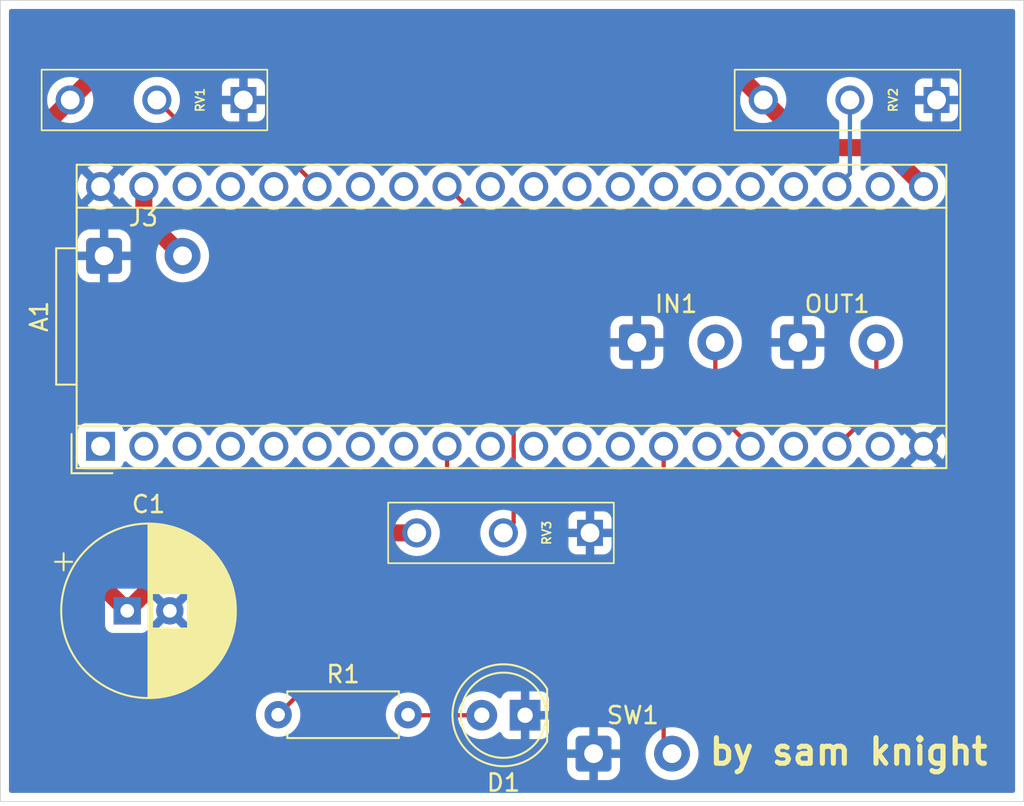
<source format=kicad_pcb>
(kicad_pcb (version 20240108) (generator "pcbnew") (generator_version "8.0")
  (layers (0 "F.Cu" signal) (31 "B.Cu" signal) (34 "B.Paste" user) (35 "F.Paste" user) (36 "B.SilkS" user "B.Silkscreen") (37 "F.SilkS" user "F.Silkscreen") (38 "B.Mask" user) (39 "F.Mask" user) (44 "Edge.Cuts" user))
  (net 0 "")
  (net 1 "+3.3VA")
  (net 3 "Net-(A1-VIN)")
  (net 11 "GND")
  (net 17 "Net-(A1-AUDIO_OUT_1)")
  (net 18 "/POT1")
  (net 22 "/LED")
  (net 29 "Net-(D1-A)")
  (net 36 "Net-(A1-AUDIO_IN_1)")
  (net 38 "/POT2")
  (net 39 "/POT3")
  (net 40 "/FS")
  (footprint "Capacitor_THT:CP_Radial_D10.0mm_P2.50mm" (layer "F.Cu") (at 126.786 112.268)
    (property "Reference" "C1" (at 1.25 -6.25 0) (layer "F.SilkS"))
    (property "Value" "C_Polarized")
    (fp_line (start -4.229646 -2.875) (end -3.229646 -2.875) (stroke (width 0.12)) (layer "F.SilkS"))
    (fp_line (start -3.729646 -3.375) (end -3.729646 -2.375) (stroke (width 0.12)) (layer "F.SilkS"))
    (fp_line (start 1.25 -5.08) (end 1.25 5.08) (stroke (width 0.12)) (layer "F.SilkS"))
    (fp_line (start 1.29 -5.08) (end 1.29 5.08) (stroke (width 0.12)) (layer "F.SilkS"))
    (fp_line (start 1.33 -5.08) (end 1.33 5.08) (stroke (width 0.12)) (layer "F.SilkS"))
    (fp_line (start 1.37 -5.079) (end 1.37 5.079) (stroke (width 0.12)) (layer "F.SilkS"))
    (fp_line (start 1.41 -5.078) (end 1.41 5.078) (stroke (width 0.12)) (layer "F.SilkS"))
    (fp_line (start 1.45 -5.077) (end 1.45 5.077) (stroke (width 0.12)) (layer "F.SilkS"))
    (fp_line (start 1.49 -5.075) (end 1.49 -1.04) (stroke (width 0.12)) (layer "F.SilkS"))
    (fp_line (start 1.49 1.04) (end 1.49 5.075) (stroke (width 0.12)) (layer "F.SilkS"))
    (fp_line (start 1.53 -5.073) (end 1.53 -1.04) (stroke (width 0.12)) (layer "F.SilkS"))
    (fp_line (start 1.53 1.04) (end 1.53 5.073) (stroke (width 0.12)) (layer "F.SilkS"))
    (fp_line (start 1.57 -5.07) (end 1.57 -1.04) (stroke (width 0.12)) (layer "F.SilkS"))
    (fp_line (start 1.57 1.04) (end 1.57 5.07) (stroke (width 0.12)) (layer "F.SilkS"))
    (fp_line (start 1.61 -5.068) (end 1.61 -1.04) (stroke (width 0.12)) (layer "F.SilkS"))
    (fp_line (start 1.61 1.04) (end 1.61 5.068) (stroke (width 0.12)) (layer "F.SilkS"))
    (fp_line (start 1.65 -5.065) (end 1.65 -1.04) (stroke (width 0.12)) (layer "F.SilkS"))
    (fp_line (start 1.65 1.04) (end 1.65 5.065) (stroke (width 0.12)) (layer "F.SilkS"))
    (fp_line (start 1.69 -5.062) (end 1.69 -1.04) (stroke (width 0.12)) (layer "F.SilkS"))
    (fp_line (start 1.69 1.04) (end 1.69 5.062) (stroke (width 0.12)) (layer "F.SilkS"))
    (fp_line (start 1.73 -5.058) (end 1.73 -1.04) (stroke (width 0.12)) (layer "F.SilkS"))
    (fp_line (start 1.73 1.04) (end 1.73 5.058) (stroke (width 0.12)) (layer "F.SilkS"))
    (fp_line (start 1.77 -5.054) (end 1.77 -1.04) (stroke (width 0.12)) (layer "F.SilkS"))
    (fp_line (start 1.77 1.04) (end 1.77 5.054) (stroke (width 0.12)) (layer "F.SilkS"))
    (fp_line (start 1.81 -5.05) (end 1.81 -1.04) (stroke (width 0.12)) (layer "F.SilkS"))
    (fp_line (start 1.81 1.04) (end 1.81 5.05) (stroke (width 0.12)) (layer "F.SilkS"))
    (fp_line (start 1.85 -5.045) (end 1.85 -1.04) (stroke (width 0.12)) (layer "F.SilkS"))
    (fp_line (start 1.85 1.04) (end 1.85 5.045) (stroke (width 0.12)) (layer "F.SilkS"))
    (fp_line (start 1.89 -5.04) (end 1.89 -1.04) (stroke (width 0.12)) (layer "F.SilkS"))
    (fp_line (start 1.89 1.04) (end 1.89 5.04) (stroke (width 0.12)) (layer "F.SilkS"))
    (fp_line (start 1.93 -5.035) (end 1.93 -1.04) (stroke (width 0.12)) (layer "F.SilkS"))
    (fp_line (start 1.93 1.04) (end 1.93 5.035) (stroke (width 0.12)) (layer "F.SilkS"))
    (fp_line (start 1.971 -5.03) (end 1.971 -1.04) (stroke (width 0.12)) (layer "F.SilkS"))
    (fp_line (start 1.971 1.04) (end 1.971 5.03) (stroke (width 0.12)) (layer "F.SilkS"))
    (fp_line (start 2.011 -5.024) (end 2.011 -1.04) (stroke (width 0.12)) (layer "F.SilkS"))
    (fp_line (start 2.011 1.04) (end 2.011 5.024) (stroke (width 0.12)) (layer "F.SilkS"))
    (fp_line (start 2.051 -5.018) (end 2.051 -1.04) (stroke (width 0.12)) (layer "F.SilkS"))
    (fp_line (start 2.051 1.04) (end 2.051 5.018) (stroke (width 0.12)) (layer "F.SilkS"))
    (fp_line (start 2.091 -5.011) (end 2.091 -1.04) (stroke (width 0.12)) (layer "F.SilkS"))
    (fp_line (start 2.091 1.04) (end 2.091 5.011) (stroke (width 0.12)) (layer "F.SilkS"))
    (fp_line (start 2.131 -5.004) (end 2.131 -1.04) (stroke (width 0.12)) (layer "F.SilkS"))
    (fp_line (start 2.131 1.04) (end 2.131 5.004) (stroke (width 0.12)) (layer "F.SilkS"))
    (fp_line (start 2.171 -4.997) (end 2.171 -1.04) (stroke (width 0.12)) (layer "F.SilkS"))
    (fp_line (start 2.171 1.04) (end 2.171 4.997) (stroke (width 0.12)) (layer "F.SilkS"))
    (fp_line (start 2.211 -4.99) (end 2.211 -1.04) (stroke (width 0.12)) (layer "F.SilkS"))
    (fp_line (start 2.211 1.04) (end 2.211 4.99) (stroke (width 0.12)) (layer "F.SilkS"))
    (fp_line (start 2.251 -4.982) (end 2.251 -1.04) (stroke (width 0.12)) (layer "F.SilkS"))
    (fp_line (start 2.251 1.04) (end 2.251 4.982) (stroke (width 0.12)) (layer "F.SilkS"))
    (fp_line (start 2.291 -4.974) (end 2.291 -1.04) (stroke (width 0.12)) (layer "F.SilkS"))
    (fp_line (start 2.291 1.04) (end 2.291 4.974) (stroke (width 0.12)) (layer "F.SilkS"))
    (fp_line (start 2.331 -4.965) (end 2.331 -1.04) (stroke (width 0.12)) (layer "F.SilkS"))
    (fp_line (start 2.331 1.04) (end 2.331 4.965) (stroke (width 0.12)) (layer "F.SilkS"))
    (fp_line (start 2.371 -4.956) (end 2.371 -1.04) (stroke (width 0.12)) (layer "F.SilkS"))
    (fp_line (start 2.371 1.04) (end 2.371 4.956) (stroke (width 0.12)) (layer "F.SilkS"))
    (fp_line (start 2.411 -4.947) (end 2.411 -1.04) (stroke (width 0.12)) (layer "F.SilkS"))
    (fp_line (start 2.411 1.04) (end 2.411 4.947) (stroke (width 0.12)) (layer "F.SilkS"))
    (fp_line (start 2.451 -4.938) (end 2.451 -1.04) (stroke (width 0.12)) (layer "F.SilkS"))
    (fp_line (start 2.451 1.04) (end 2.451 4.938) (stroke (width 0.12)) (layer "F.SilkS"))
    (fp_line (start 2.491 -4.928) (end 2.491 -1.04) (stroke (width 0.12)) (layer "F.SilkS"))
    (fp_line (start 2.491 1.04) (end 2.491 4.928) (stroke (width 0.12)) (layer "F.SilkS"))
    (fp_line (start 2.531 -4.918) (end 2.531 -1.04) (stroke (width 0.12)) (layer "F.SilkS"))
    (fp_line (start 2.531 1.04) (end 2.531 4.918) (stroke (width 0.12)) (layer "F.SilkS"))
    (fp_line (start 2.571 -4.907) (end 2.571 -1.04) (stroke (width 0.12)) (layer "F.SilkS"))
    (fp_line (start 2.571 1.04) (end 2.571 4.907) (stroke (width 0.12)) (layer "F.SilkS"))
    (fp_line (start 2.611 -4.897) (end 2.611 -1.04) (stroke (width 0.12)) (layer "F.SilkS"))
    (fp_line (start 2.611 1.04) (end 2.611 4.897) (stroke (width 0.12)) (layer "F.SilkS"))
    (fp_line (start 2.651 -4.885) (end 2.651 -1.04) (stroke (width 0.12)) (layer "F.SilkS"))
    (fp_line (start 2.651 1.04) (end 2.651 4.885) (stroke (width 0.12)) (layer "F.SilkS"))
    (fp_line (start 2.691 -4.874) (end 2.691 -1.04) (stroke (width 0.12)) (layer "F.SilkS"))
    (fp_line (start 2.691 1.04) (end 2.691 4.874) (stroke (width 0.12)) (layer "F.SilkS"))
    (fp_line (start 2.731 -4.862) (end 2.731 -1.04) (stroke (width 0.12)) (layer "F.SilkS"))
    (fp_line (start 2.731 1.04) (end 2.731 4.862) (stroke (width 0.12)) (layer "F.SilkS"))
    (fp_line (start 2.771 -4.85) (end 2.771 -1.04) (stroke (width 0.12)) (layer "F.SilkS"))
    (fp_line (start 2.771 1.04) (end 2.771 4.85) (stroke (width 0.12)) (layer "F.SilkS"))
    (fp_line (start 2.811 -4.837) (end 2.811 -1.04) (stroke (width 0.12)) (layer "F.SilkS"))
    (fp_line (start 2.811 1.04) (end 2.811 4.837) (stroke (width 0.12)) (layer "F.SilkS"))
    (fp_line (start 2.851 -4.824) (end 2.851 -1.04) (stroke (width 0.12)) (layer "F.SilkS"))
    (fp_line (start 2.851 1.04) (end 2.851 4.824) (stroke (width 0.12)) (layer "F.SilkS"))
    (fp_line (start 2.891 -4.811) (end 2.891 -1.04) (stroke (width 0.12)) (layer "F.SilkS"))
    (fp_line (start 2.891 1.04) (end 2.891 4.811) (stroke (width 0.12)) (layer "F.SilkS"))
    (fp_line (start 2.931 -4.797) (end 2.931 -1.04) (stroke (width 0.12)) (layer "F.SilkS"))
    (fp_line (start 2.931 1.04) (end 2.931 4.797) (stroke (width 0.12)) (layer "F.SilkS"))
    (fp_line (start 2.971 -4.783) (end 2.971 -1.04) (stroke (width 0.12)) (layer "F.SilkS"))
    (fp_line (start 2.971 1.04) (end 2.971 4.783) (stroke (width 0.12)) (layer "F.SilkS"))
    (fp_line (start 3.011 -4.768) (end 3.011 -1.04) (stroke (width 0.12)) (layer "F.SilkS"))
    (fp_line (start 3.011 1.04) (end 3.011 4.768) (stroke (width 0.12)) (layer "F.SilkS"))
    (fp_line (start 3.051 -4.754) (end 3.051 -1.04) (stroke (width 0.12)) (layer "F.SilkS"))
    (fp_line (start 3.051 1.04) (end 3.051 4.754) (stroke (width 0.12)) (layer "F.SilkS"))
    (fp_line (start 3.091 -4.738) (end 3.091 -1.04) (stroke (width 0.12)) (layer "F.SilkS"))
    (fp_line (start 3.091 1.04) (end 3.091 4.738) (stroke (width 0.12)) (layer "F.SilkS"))
    (fp_line (start 3.131 -4.723) (end 3.131 -1.04) (stroke (width 0.12)) (layer "F.SilkS"))
    (fp_line (start 3.131 1.04) (end 3.131 4.723) (stroke (width 0.12)) (layer "F.SilkS"))
    (fp_line (start 3.171 -4.707) (end 3.171 -1.04) (stroke (width 0.12)) (layer "F.SilkS"))
    (fp_line (start 3.171 1.04) (end 3.171 4.707) (stroke (width 0.12)) (layer "F.SilkS"))
    (fp_line (start 3.211 -4.69) (end 3.211 -1.04) (stroke (width 0.12)) (layer "F.SilkS"))
    (fp_line (start 3.211 1.04) (end 3.211 4.69) (stroke (width 0.12)) (layer "F.SilkS"))
    (fp_line (start 3.251 -4.674) (end 3.251 -1.04) (stroke (width 0.12)) (layer "F.SilkS"))
    (fp_line (start 3.251 1.04) (end 3.251 4.674) (stroke (width 0.12)) (layer "F.SilkS"))
    (fp_line (start 3.291 -4.657) (end 3.291 -1.04) (stroke (width 0.12)) (layer "F.SilkS"))
    (fp_line (start 3.291 1.04) (end 3.291 4.657) (stroke (width 0.12)) (layer "F.SilkS"))
    (fp_line (start 3.331 -4.639) (end 3.331 -1.04) (stroke (width 0.12)) (layer "F.SilkS"))
    (fp_line (start 3.331 1.04) (end 3.331 4.639) (stroke (width 0.12)) (layer "F.SilkS"))
    (fp_line (start 3.371 -4.621) (end 3.371 -1.04) (stroke (width 0.12)) (layer "F.SilkS"))
    (fp_line (start 3.371 1.04) (end 3.371 4.621) (stroke (width 0.12)) (layer "F.SilkS"))
    (fp_line (start 3.411 -4.603) (end 3.411 -1.04) (stroke (width 0.12)) (layer "F.SilkS"))
    (fp_line (start 3.411 1.04) (end 3.411 4.603) (stroke (width 0.12)) (layer "F.SilkS"))
    (fp_line (start 3.451 -4.584) (end 3.451 -1.04) (stroke (width 0.12)) (layer "F.SilkS"))
    (fp_line (start 3.451 1.04) (end 3.451 4.584) (stroke (width 0.12)) (layer "F.SilkS"))
    (fp_line (start 3.491 -4.564) (end 3.491 -1.04) (stroke (width 0.12)) (layer "F.SilkS"))
    (fp_line (start 3.491 1.04) (end 3.491 4.564) (stroke (width 0.12)) (layer "F.SilkS"))
    (fp_line (start 3.531 -4.545) (end 3.531 -1.04) (stroke (width 0.12)) (layer "F.SilkS"))
    (fp_line (start 3.531 1.04) (end 3.531 4.545) (stroke (width 0.12)) (layer "F.SilkS"))
    (fp_line (start 3.571 -4.525) (end 3.571 4.525) (stroke (width 0.12)) (layer "F.SilkS"))
    (fp_line (start 3.611 -4.504) (end 3.611 4.504) (stroke (width 0.12)) (layer "F.SilkS"))
    (fp_line (start 3.651 -4.483) (end 3.651 4.483) (stroke (width 0.12)) (layer "F.SilkS"))
    (fp_line (start 3.691 -4.462) (end 3.691 4.462) (stroke (width 0.12)) (layer "F.SilkS"))
    (fp_line (start 3.731 -4.44) (end 3.731 4.44) (stroke (width 0.12)) (layer "F.SilkS"))
    (fp_line (start 3.771 -4.417) (end 3.771 4.417) (stroke (width 0.12)) (layer "F.SilkS"))
    (fp_line (start 3.811 -4.395) (end 3.811 4.395) (stroke (width 0.12)) (layer "F.SilkS"))
    (fp_line (start 3.851 -4.371) (end 3.851 4.371) (stroke (width 0.12)) (layer "F.SilkS"))
    (fp_line (start 3.891 -4.347) (end 3.891 4.347) (stroke (width 0.12)) (layer "F.SilkS"))
    (fp_line (start 3.931 -4.323) (end 3.931 4.323) (stroke (width 0.12)) (layer "F.SilkS"))
    (fp_line (start 3.971 -4.298) (end 3.971 4.298) (stroke (width 0.12)) (layer "F.SilkS"))
    (fp_line (start 4.011 -4.273) (end 4.011 4.273) (stroke (width 0.12)) (layer "F.SilkS"))
    (fp_line (start 4.051 -4.247) (end 4.051 4.247) (stroke (width 0.12)) (layer "F.SilkS"))
    (fp_line (start 4.091 -4.221) (end 4.091 4.221) (stroke (width 0.12)) (layer "F.SilkS"))
    (fp_line (start 4.131 -4.194) (end 4.131 4.194) (stroke (width 0.12)) (layer "F.SilkS"))
    (fp_line (start 4.171 -4.166) (end 4.171 4.166) (stroke (width 0.12)) (layer "F.SilkS"))
    (fp_line (start 4.211 -4.138) (end 4.211 4.138) (stroke (width 0.12)) (layer "F.SilkS"))
    (fp_line (start 4.251 -4.11) (end 4.251 4.11) (stroke (width 0.12)) (layer "F.SilkS"))
    (fp_line (start 4.291 -4.08) (end 4.291 4.08) (stroke (width 0.12)) (layer "F.SilkS"))
    (fp_line (start 4.331 -4.05) (end 4.331 4.05) (stroke (width 0.12)) (layer "F.SilkS"))
    (fp_line (start 4.371 -4.02) (end 4.371 4.02) (stroke (width 0.12)) (layer "F.SilkS"))
    (fp_line (start 4.411 -3.989) (end 4.411 3.989) (stroke (width 0.12)) (layer "F.SilkS"))
    (fp_line (start 4.451 -3.957) (end 4.451 3.957) (stroke (width 0.12)) (layer "F.SilkS"))
    (fp_line (start 4.491 -3.925) (end 4.491 3.925) (stroke (width 0.12)) (layer "F.SilkS"))
    (fp_line (start 4.531 -3.892) (end 4.531 3.892) (stroke (width 0.12)) (layer "F.SilkS"))
    (fp_line (start 4.571 -3.858) (end 4.571 3.858) (stroke (width 0.12)) (layer "F.SilkS"))
    (fp_line (start 4.611 -3.824) (end 4.611 3.824) (stroke (width 0.12)) (layer "F.SilkS"))
    (fp_line (start 4.651 -3.789) (end 4.651 3.789) (stroke (width 0.12)) (layer "F.SilkS"))
    (fp_line (start 4.691 -3.753) (end 4.691 3.753) (stroke (width 0.12)) (layer "F.SilkS"))
    (fp_line (start 4.731 -3.716) (end 4.731 3.716) (stroke (width 0.12)) (layer "F.SilkS"))
    (fp_line (start 4.771 -3.679) (end 4.771 3.679) (stroke (width 0.12)) (layer "F.SilkS"))
    (fp_line (start 4.811 -3.64) (end 4.811 3.64) (stroke (width 0.12)) (layer "F.SilkS"))
    (fp_line (start 4.851 -3.601) (end 4.851 3.601) (stroke (width 0.12)) (layer "F.SilkS"))
    (fp_line (start 4.891 -3.561) (end 4.891 3.561) (stroke (width 0.12)) (layer "F.SilkS"))
    (fp_line (start 4.931 -3.52) (end 4.931 3.52) (stroke (width 0.12)) (layer "F.SilkS"))
    (fp_line (start 4.971 -3.478) (end 4.971 3.478) (stroke (width 0.12)) (layer "F.SilkS"))
    (fp_line (start 5.011 -3.436) (end 5.011 3.436) (stroke (width 0.12)) (layer "F.SilkS"))
    (fp_line (start 5.051 -3.392) (end 5.051 3.392) (stroke (width 0.12)) (layer "F.SilkS"))
    (fp_line (start 5.091 -3.347) (end 5.091 3.347) (stroke (width 0.12)) (layer "F.SilkS"))
    (fp_line (start 5.131 -3.301) (end 5.131 3.301) (stroke (width 0.12)) (layer "F.SilkS"))
    (fp_line (start 5.171 -3.254) (end 5.171 3.254) (stroke (width 0.12)) (layer "F.SilkS"))
    (fp_line (start 5.211 -3.206) (end 5.211 3.206) (stroke (width 0.12)) (layer "F.SilkS"))
    (fp_line (start 5.251 -3.156) (end 5.251 3.156) (stroke (width 0.12)) (layer "F.SilkS"))
    (fp_line (start 5.291 -3.106) (end 5.291 3.106) (stroke (width 0.12)) (layer "F.SilkS"))
    (fp_line (start 5.331 -3.054) (end 5.331 3.054) (stroke (width 0.12)) (layer "F.SilkS"))
    (fp_line (start 5.371 -3) (end 5.371 3) (stroke (width 0.12)) (layer "F.SilkS"))
    (fp_line (start 5.411 -2.945) (end 5.411 2.945) (stroke (width 0.12)) (layer "F.SilkS"))
    (fp_line (start 5.451 -2.889) (end 5.451 2.889) (stroke (width 0.12)) (layer "F.SilkS"))
    (fp_line (start 5.491 -2.83) (end 5.491 2.83) (stroke (width 0.12)) (layer "F.SilkS"))
    (fp_line (start 5.531 -2.77) (end 5.531 2.77) (stroke (width 0.12)) (layer "F.SilkS"))
    (fp_line (start 5.571 -2.709) (end 5.571 2.709) (stroke (width 0.12)) (layer "F.SilkS"))
    (fp_line (start 5.611 -2.645) (end 5.611 2.645) (stroke (width 0.12)) (layer "F.SilkS"))
    (fp_line (start 5.651 -2.579) (end 5.651 2.579) (stroke (width 0.12)) (layer "F.SilkS"))
    (fp_line (start 5.691 -2.51) (end 5.691 2.51) (stroke (width 0.12)) (layer "F.SilkS"))
    (fp_line (start 5.731 -2.439) (end 5.731 2.439) (stroke (width 0.12)) (layer "F.SilkS"))
    (fp_line (start 5.771 -2.365) (end 5.771 2.365) (stroke (width 0.12)) (layer "F.SilkS"))
    (fp_line (start 5.811 -2.289) (end 5.811 2.289) (stroke (width 0.12)) (layer "F.SilkS"))
    (fp_line (start 5.851 -2.209) (end 5.851 2.209) (stroke (width 0.12)) (layer "F.SilkS"))
    (fp_line (start 5.891 -2.125) (end 5.891 2.125) (stroke (width 0.12)) (layer "F.SilkS"))
    (fp_line (start 5.931 -2.037) (end 5.931 2.037) (stroke (width 0.12)) (layer "F.SilkS"))
    (fp_line (start 5.971 -1.944) (end 5.971 1.944) (stroke (width 0.12)) (layer "F.SilkS"))
    (fp_line (start 6.011 -1.846) (end 6.011 1.846) (stroke (width 0.12)) (layer "F.SilkS"))
    (fp_line (start 6.051 -1.742) (end 6.051 1.742) (stroke (width 0.12)) (layer "F.SilkS"))
    (fp_line (start 6.091 -1.63) (end 6.091 1.63) (stroke (width 0.12)) (layer "F.SilkS"))
    (fp_line (start 6.131 -1.51) (end 6.131 1.51) (stroke (width 0.12)) (layer "F.SilkS"))
    (fp_line (start 6.171 -1.378) (end 6.171 1.378) (stroke (width 0.12)) (layer "F.SilkS"))
    (fp_line (start 6.211 -1.23) (end 6.211 1.23) (stroke (width 0.12)) (layer "F.SilkS"))
    (fp_line (start 6.251 -1.062) (end 6.251 1.062) (stroke (width 0.12)) (layer "F.SilkS"))
    (fp_line (start 6.291 -0.862) (end 6.291 0.862) (stroke (width 0.12)) (layer "F.SilkS"))
    (fp_line (start 6.331 -0.599) (end 6.331 0.599) (stroke (width 0.12)) (layer "F.SilkS"))
    (fp_circle (center 1.25 0) (end 6.37 0) (stroke (width 0.12)) (fill none) (layer "F.SilkS"))
    (pad "1" thru_hole rect (at 0 0) (size 1.6 1.6) (drill 0.8) (layers "*.Cu" "*.Mask") (net 1 "+3.3VA"))
    (pad "2" thru_hole circle (at 2.5 0) (size 1.6 1.6) (drill 0.8) (layers "*.Cu" "*.Mask") (net 11 "GND"))
  )
  (footprint "Connector_Wire:SolderWire-0.5sqmm_1x02_P4.6mm_D0.9mm_OD2.1mm" (layer "F.Cu") (at 154.134 120.65)
    (property "Reference" "SW1" (at 2.3 -2.25 0) (layer "F.SilkS"))
    (property "Value" "SW_SPST")
    (pad "1" thru_hole roundrect (at 0 0) (size 2.1 2.1) (drill 1.1) (layers "*.Cu" "*.Mask") (roundrect_rratio 0.119048) (net 11 "GND"))
    (pad "2" thru_hole circle (at 4.6 0) (size 2.1 2.1) (drill 1.1) (layers "*.Cu" "*.Mask") (net 40 "/FS"))
  )
  (footprint "PedalParts:RV16AF-41" (layer "F.Cu") (at 148.844 107.696)
    (property "Reference" "RV3" (at 2.54 0 90) (layer "F.SilkS") (effects (font (size 0.5 0.5) (thickness 0.1))))
    (property "Value" "R_Potentiometer" (hide yes))
    (fp_rect (start -6.7564 -1.778) (end 6.477 1.778) (stroke (width 0.1)) (fill none) (layer "F.SilkS"))
    (pad "1" thru_hole circle (at -5.08 0) (size 1.7 1.7) (drill 1.1) (layers "*.Cu" "*.Mask") (net 1 "+3.3VA"))
    (pad "2" thru_hole circle (at 0 0) (size 1.7 1.7) (drill 1.1) (layers "*.Cu" "*.Mask") (net 39 "/POT3"))
    (pad "3" thru_hole rect (at 5.08 0) (size 1.524 1.524) (drill 1.1) (layers "*.Cu" "*.Mask") (net 11 "GND"))
  )
  (footprint "Connector_Wire:SolderWire-0.5sqmm_1x02_P4.6mm_D0.9mm_OD2.1mm" (layer "F.Cu") (at 125.432 91.44)
    (property "Reference" "J3" (at 2.3 -2.25 0) (layer "F.SilkS"))
    (property "Value" "Jack-DC")
    (pad "1" thru_hole roundrect (at 0 0) (size 2.1 2.1) (drill 1.1) (layers "*.Cu" "*.Mask") (roundrect_rratio 0.119048) (net 11 "GND"))
    (pad "2" thru_hole circle (at 4.6 0) (size 2.1 2.1) (drill 1.1) (layers "*.Cu" "*.Mask") (net 3 "Net-(A1-VIN)"))
  )
  (footprint "Resistor_THT:R_Axial_DIN0207_L6.3mm_D2.5mm_P7.62mm_Horizontal" (layer "F.Cu") (at 135.636 118.364)
    (property "Reference" "R1" (at 3.81 -2.37 0) (layer "F.SilkS"))
    (property "Value" "1K")
    (fp_line (start 0.54 -1.37) (end 7.08 -1.37) (stroke (width 0.12)) (layer "F.SilkS"))
    (fp_line (start 0.54 -1.04) (end 0.54 -1.37) (stroke (width 0.12)) (layer "F.SilkS"))
    (fp_line (start 0.54 1.04) (end 0.54 1.37) (stroke (width 0.12)) (layer "F.SilkS"))
    (fp_line (start 0.54 1.37) (end 7.08 1.37) (stroke (width 0.12)) (layer "F.SilkS"))
    (fp_line (start 7.08 -1.37) (end 7.08 -1.04) (stroke (width 0.12)) (layer "F.SilkS"))
    (fp_line (start 7.08 1.37) (end 7.08 1.04) (stroke (width 0.12)) (layer "F.SilkS"))
    (pad "1" thru_hole circle (at 0 0) (size 1.6 1.6) (drill 0.8) (layers "*.Cu" "*.Mask") (net 22 "/LED"))
    (pad "2" thru_hole oval (at 7.62 0) (size 1.6 1.6) (drill 0.8) (layers "*.Cu" "*.Mask") (net 29 "Net-(D1-A)"))
  )
  (footprint "Module:Electrosmith_Daisy_Seed" (layer "F.Cu") (at 125.222 102.616 90)
    (property "Reference" "A1" (at 7.62 -3.6 90) (layer "F.SilkS"))
    (property "Value" "Electrosmith_Daisy_Seed_Rev4")
    (fp_line (start 11.62 -2.6) (end 11.62 -1.4) (stroke (width 0.12)) (layer "F.SilkS"))
    (fp_line (start 3.62 -2.6) (end 11.62 -2.6) (stroke (width 0.12)) (layer "F.SilkS"))
    (fp_line (start 0.72 -1.7) (end -1.58 -1.7) (stroke (width 0.12)) (layer "F.SilkS"))
    (fp_line (start -1.58 -1.7) (end -1.58 0.7) (stroke (width 0.12)) (layer "F.SilkS"))
    (fp_line (start 16.52 -1.4) (end 16.52 49.6) (stroke (width 0.12)) (layer "F.SilkS"))
    (fp_line (start 14 -1.4) (end 14 49.6) (stroke (width 0.12)) (layer "F.SilkS"))
    (fp_line (start 3.62 -1.4) (end 3.62 -2.6) (stroke (width 0.12)) (layer "F.SilkS"))
    (fp_line (start 1.2 -1.4) (end 1.2 49.6) (stroke (width 0.12)) (layer "F.SilkS"))
    (fp_line (start -1.28 -1.4) (end 16.52 -1.4) (stroke (width 0.12)) (layer "F.SilkS"))
    (fp_line (start 16.52 49.6) (end -1.28 49.6) (stroke (width 0.12)) (layer "F.SilkS"))
    (fp_line (start -1.28 49.6) (end -1.28 -1.4) (stroke (width 0.12)) (layer "F.SilkS"))
    (pad "1" thru_hole rect (at 0 0 90) (size 1.7 1.7) (drill 1.1) (layers "*.Cu" "*.Mask"))
    (pad "2" thru_hole circle (at 0 2.54 90) (size 1.7 1.7) (drill 1.1) (layers "*.Cu" "*.Mask"))
    (pad "3" thru_hole circle (at 0 5.08 90) (size 1.7 1.7) (drill 1.1) (layers "*.Cu" "*.Mask"))
    (pad "4" thru_hole circle (at 0 7.62 90) (size 1.7 1.7) (drill 1.1) (layers "*.Cu" "*.Mask"))
    (pad "5" thru_hole circle (at 0 10.16 90) (size 1.7 1.7) (drill 1.1) (layers "*.Cu" "*.Mask"))
    (pad "6" thru_hole circle (at 0 12.7 90) (size 1.7 1.7) (drill 1.1) (layers "*.Cu" "*.Mask"))
    (pad "7" thru_hole circle (at 0 15.24 90) (size 1.7 1.7) (drill 1.1) (layers "*.Cu" "*.Mask"))
    (pad "8" thru_hole circle (at 0 17.78 90) (size 1.7 1.7) (drill 1.1) (layers "*.Cu" "*.Mask"))
    (pad "9" thru_hole circle (at 0 20.32 90) (size 1.7 1.7) (drill 1.1) (layers "*.Cu" "*.Mask") (net 22 "/LED"))
    (pad "10" thru_hole circle (at 0 22.86 90) (size 1.7 1.7) (drill 1.1) (layers "*.Cu" "*.Mask"))
    (pad "11" thru_hole circle (at 0 25.4 90) (size 1.7 1.7) (drill 1.1) (layers "*.Cu" "*.Mask"))
    (pad "12" thru_hole circle (at 0 27.94 90) (size 1.7 1.7) (drill 1.1) (layers "*.Cu" "*.Mask"))
    (pad "13" thru_hole circle (at 0 30.48 90) (size 1.7 1.7) (drill 1.1) (layers "*.Cu" "*.Mask"))
    (pad "14" thru_hole circle (at 0 33.02 90) (size 1.7 1.7) (drill 1.1) (layers "*.Cu" "*.Mask") (net 40 "/FS"))
    (pad "15" thru_hole circle (at 0 35.56 90) (size 1.7 1.7) (drill 1.1) (layers "*.Cu" "*.Mask"))
    (pad "16" thru_hole circle (at 0 38.1 90) (size 1.7 1.7) (drill 1.1) (layers "*.Cu" "*.Mask") (net 36 "Net-(A1-AUDIO_IN_1)"))
    (pad "17" thru_hole circle (at 0 40.64 90) (size 1.7 1.7) (drill 1.1) (layers "*.Cu" "*.Mask"))
    (pad "18" thru_hole circle (at 0 43.18 90) (size 1.7 1.7) (drill 1.1) (layers "*.Cu" "*.Mask") (net 17 "Net-(A1-AUDIO_OUT_1)"))
    (pad "19" thru_hole circle (at 0 45.72 90) (size 1.7 1.7) (drill 1.1) (layers "*.Cu" "*.Mask"))
    (pad "20" thru_hole circle (at 0 48.26 90) (size 1.7 1.7) (drill 1.1) (layers "*.Cu" "*.Mask") (net 11 "GND"))
    (pad "21" thru_hole circle (at 15.24 48.26 90) (size 1.7 1.7) (drill 1.1) (layers "*.Cu" "*.Mask") (net 1 "+3.3VA"))
    (pad "22" thru_hole circle (at 15.24 45.72 90) (size 1.7 1.7) (drill 1.1) (layers "*.Cu" "*.Mask"))
    (pad "23" thru_hole circle (at 15.24 43.18 90) (size 1.7 1.7) (drill 1.1) (layers "*.Cu" "*.Mask") (net 38 "/POT2"))
    (pad "24" thru_hole circle (at 15.24 40.64 90) (size 1.7 1.7) (drill 1.1) (layers "*.Cu" "*.Mask"))
    (pad "25" thru_hole circle (at 15.24 38.1 90) (size 1.7 1.7) (drill 1.1) (layers "*.Cu" "*.Mask"))
    (pad "26" thru_hole circle (at 15.24 35.56 90) (size 1.7 1.7) (drill 1.1) (layers "*.Cu" "*.Mask"))
    (pad "27" thru_hole circle (at 15.24 33.02 90) (size 1.7 1.7) (drill 1.1) (layers "*.Cu" "*.Mask"))
    (pad "28" thru_hole circle (at 15.24 30.48 90) (size 1.7 1.7) (drill 1.1) (layers "*.Cu" "*.Mask"))
    (pad "29" thru_hole circle (at 15.24 27.94 90) (size 1.7 1.7) (drill 1.1) (layers "*.Cu" "*.Mask"))
    (pad "30" thru_hole circle (at 15.24 25.4 90) (size 1.7 1.7) (drill 1.1) (layers "*.Cu" "*.Mask"))
    (pad "31" thru_hole circle (at 15.24 22.86 90) (size 1.7 1.7) (drill 1.1) (layers "*.Cu" "*.Mask"))
    (pad "32" thru_hole circle (at 15.24 20.32 90) (size 1.7 1.7) (drill 1.1) (layers "*.Cu" "*.Mask") (net 39 "/POT3"))
    (pad "33" thru_hole circle (at 15.24 17.78 90) (size 1.7 1.7) (drill 1.1) (layers "*.Cu" "*.Mask"))
    (pad "34" thru_hole circle (at 15.24 15.24 90) (size 1.7 1.7) (drill 1.1) (layers "*.Cu" "*.Mask"))
    (pad "35" thru_hole circle (at 15.24 12.7 90) (size 1.7 1.7) (drill 1.1) (layers "*.Cu" "*.Mask") (net 18 "/POT1"))
    (pad "36" thru_hole circle (at 15.24 10.16 90) (size 1.7 1.7) (drill 1.1) (layers "*.Cu" "*.Mask"))
    (pad "37" thru_hole circle (at 15.24 7.62 90) (size 1.7 1.7) (drill 1.1) (layers "*.Cu" "*.Mask"))
    (pad "38" thru_hole circle (at 15.24 5.08 90) (size 1.7 1.7) (drill 1.1) (layers "*.Cu" "*.Mask"))
    (pad "39" thru_hole circle (at 15.24 2.54 90) (size 1.7 1.7) (drill 1.1) (layers "*.Cu" "*.Mask") (net 3 "Net-(A1-VIN)"))
    (pad "40" thru_hole circle (at 15.24 0 90) (size 1.7 1.7) (drill 1.1) (layers "*.Cu" "*.Mask") (net 11 "GND"))
  )
  (footprint "PedalParts:RV16AF-41" (layer "F.Cu") (at 169.164 82.296)
    (property "Reference" "RV2" (at 2.54 0 90) (layer "F.SilkS") (effects (font (size 0.5 0.5) (thickness 0.1))))
    (property "Value" "R_Potentiometer" (hide yes))
    (fp_rect (start -6.7564 -1.778) (end 6.477 1.778) (stroke (width 0.1)) (fill none) (layer "F.SilkS"))
    (pad "1" thru_hole circle (at -5.08 0) (size 1.7 1.7) (drill 1.1) (layers "*.Cu" "*.Mask") (net 1 "+3.3VA"))
    (pad "2" thru_hole circle (at 0 0) (size 1.7 1.7) (drill 1.1) (layers "*.Cu" "*.Mask") (net 38 "/POT2"))
    (pad "3" thru_hole rect (at 5.08 0) (size 1.524 1.524) (drill 1.1) (layers "*.Cu" "*.Mask") (net 11 "GND"))
  )
  (footprint "Connector_Wire:SolderWire-0.5sqmm_1x02_P4.6mm_D0.9mm_OD2.1mm" (layer "F.Cu") (at 156.674 96.52)
    (property "Reference" "IN1" (at 2.3 -2.25 0) (layer "F.SilkS"))
    (property "Value" "AudioJack2")
    (pad "S" thru_hole roundrect (at 0 0) (size 2.1 2.1) (drill 1.1) (layers "*.Cu" "*.Mask") (roundrect_rratio 0.119048) (net 11 "GND"))
    (pad "T" thru_hole circle (at 4.6 0) (size 2.1 2.1) (drill 1.1) (layers "*.Cu" "*.Mask") (net 36 "Net-(A1-AUDIO_IN_1)"))
  )
  (footprint "LED_THT:LED_D5.0mm" (layer "F.Cu") (at 150.119 118.396 180)
    (property "Reference" "D1" (at 1.27 -3.96 0) (layer "F.SilkS"))
    (property "Value" "LED")
    (fp_line (start -1.29 -1.545) (end -1.29 1.545) (stroke (width 0.12)) (layer "F.SilkS"))
    (fp_arc (start 4.26 -0.000462) (mid 2.072002 2.880433) (end -1.29 1.54483) (stroke (width 0.12)) (layer "F.SilkS"))
    (fp_arc (start -1.29 -1.54483) (mid 2.072002 -2.880433) (end 4.26 0.000462) (stroke (width 0.12)) (layer "F.SilkS"))
    (fp_circle (center 1.27 0) (end 3.77 0) (stroke (width 0.12)) (fill none) (layer "F.SilkS"))
    (pad "1" thru_hole rect (at 0 0 180) (size 1.8 1.8) (drill 0.9) (layers "*.Cu" "*.Mask") (net 11 "GND"))
    (pad "2" thru_hole circle (at 2.54 0 180) (size 1.8 1.8) (drill 0.9) (layers "*.Cu" "*.Mask") (net 29 "Net-(D1-A)"))
  )
  (footprint "PedalParts:RV16AF-41" (layer "F.Cu") (at 128.524 82.296)
    (property "Reference" "RV1" (at 2.54 0 90) (layer "F.SilkS") (effects (font (size 0.5 0.5) (thickness 0.1))))
    (property "Value" "R_Potentiometer" (hide yes))
    (fp_rect (start -6.7564 -1.778) (end 6.477 1.778) (stroke (width 0.1)) (fill none) (layer "F.SilkS"))
    (pad "1" thru_hole circle (at -5.08 0) (size 1.7 1.7) (drill 1.1) (layers "*.Cu" "*.Mask") (net 1 "+3.3VA"))
    (pad "2" thru_hole circle (at 0 0) (size 1.7 1.7) (drill 1.1) (layers "*.Cu" "*.Mask") (net 18 "/POT1"))
    (pad "3" thru_hole rect (at 5.08 0) (size 1.524 1.524) (drill 1.1) (layers "*.Cu" "*.Mask") (net 11 "GND"))
  )
  (footprint "Connector_Wire:SolderWire-0.5sqmm_1x02_P4.6mm_D0.9mm_OD2.1mm" (layer "F.Cu") (at 166.116 96.52)
    (property "Reference" "OUT1" (at 2.3 -2.25 0) (layer "F.SilkS"))
    (property "Value" "AudioJack2")
    (pad "S" thru_hole roundrect (at 0 0) (size 2.1 2.1) (drill 1.1) (layers "*.Cu" "*.Mask") (roundrect_rratio 0.119048) (net 11 "GND"))
    (pad "T" thru_hole circle (at 4.6 0) (size 2.1 2.1) (drill 1.1) (layers "*.Cu" "*.Mask") (net 17 "Net-(A1-AUDIO_OUT_1)"))
  )
  (gr_rect (start 119.352 76.454) (end 179.352 123.454) (stroke (width 0.05)) (fill none) (layer "Edge.Cuts"))
  (gr_text "by sam knight" (at 160.782 121.412 0) (layer "F.SilkS") (effects (font (size 1.5 1.5) (thickness 0.3) (bold yes)) (justify left bottom)))
  (segment (start 164.084 82.296) (end 160.782 78.994) (width 1) (layer "F.Cu") (net 1))
  (segment (start 160.782 78.994) (end 126.746 78.994) (width 1) (layer "F.Cu") (net 1))
  (segment (start 121.412 106.894) (end 126.786 112.268) (width 1) (layer "F.Cu") (net 1))
  (segment (start 121.412 84.328) (end 121.412 106.894) (width 1) (layer "F.Cu") (net 1))
  (segment (start 131.358 107.696) (end 143.764 107.696) (width 1) (layer "F.Cu") (net 1))
  (segment (start 171.196 85.09) (end 173.482 87.376) (width 1) (layer "F.Cu") (net 1))
  (segment (start 164.084 82.296) (end 166.878 85.09) (width 1) (layer "F.Cu") (net 1))
  (segment (start 126.786 112.268) (end 131.358 107.696) (width 1) (layer "F.Cu") (net 1))
  (segment (start 126.746 78.994) (end 123.444 82.296) (width 1) (layer "F.Cu") (net 1))
  (segment (start 123.444 82.296) (end 121.412 84.328) (width 1) (layer "F.Cu") (net 1))
  (segment (start 166.878 85.09) (end 171.196 85.09) (width 1) (layer "F.Cu") (net 1))
  (segment (start 127.762 89.17) (end 130.032 91.44) (width 1) (layer "F.Cu") (net 3))
  (segment (start 127.762 87.376) (end 127.762 89.17) (width 1) (layer "F.Cu") (net 3))
  (segment (start 170.716 100.302) (end 168.402 102.616) (width 0.25) (layer "F.Cu") (net 17))
  (segment (start 170.716 96.52) (end 170.716 100.302) (width 0.25) (layer "F.Cu") (net 17))
  (segment (start 168.192 102.406) (end 168.402 102.616) (width 0.25) (layer "F.Cu") (net 17))
  (segment (start 131.318 85.09) (end 135.636 85.09) (width 0.25) (layer "F.Cu") (net 18))
  (segment (start 128.524 82.296) (end 131.318 85.09) (width 0.25) (layer "F.Cu") (net 18))
  (segment (start 135.636 85.09) (end 137.922 87.376) (width 0.25) (layer "F.Cu") (net 18))
  (segment (start 145.542 108.458) (end 145.542 102.616) (width 0.25) (layer "F.Cu") (net 22))
  (segment (start 135.636 118.364) (end 145.542 108.458) (width 0.25) (layer "F.Cu") (net 22))
  (segment (start 147.579 118.396) (end 143.288 118.396) (width 0.25) (layer "F.Cu") (net 29))
  (segment (start 143.288 118.396) (end 143.256 118.364) (width 0.25) (layer "F.Cu") (net 29))
  (segment (start 161.274 96.52) (end 161.274 100.568) (width 0.25) (layer "F.Cu") (net 36))
  (segment (start 161.274 100.568) (end 163.322 102.616) (width 0.25) (layer "F.Cu") (net 36))
  (segment (start 169.164 82.296) (end 169.164 86.614) (width 0.25) (layer "B.Cu") (net 38))
  (segment (start 169.164 86.614) (end 168.402 87.376) (width 0.25) (layer "B.Cu") (net 38))
  (segment (start 149.447 91.281) (end 145.542 87.376) (width 0.25) (layer "F.Cu") (net 39))
  (segment (start 149.447 107.093) (end 149.447 91.281) (width 0.25) (layer "F.Cu") (net 39))
  (segment (start 148.844 107.696) (end 149.447 107.093) (width 0.25) (layer "F.Cu") (net 39))
  (segment (start 158.242 120.158) (end 158.734 120.65) (width 0.25) (layer "F.Cu") (net 40))
  (segment (start 157.734 103.124) (end 158.242 102.616) (width 0.25) (layer "F.Cu") (net 40))
  (segment (start 158.242 102.616) (end 158.242 120.158) (width 0.25) (layer "F.Cu") (net 40))
  (zone (net 11) (net_name "GND") (layer "B.Cu") (connect_pads (clearance 0.5)) (min_thickness 0.25) (fill yes (thermal_gap 0.5) (thermal_bridge_width 0.5))
    (polygon (pts (xy 119.38 76.454) (xy 179.324 76.454) (xy 179.324 123.444) (xy 119.38 123.444)))
  )
)
</source>
